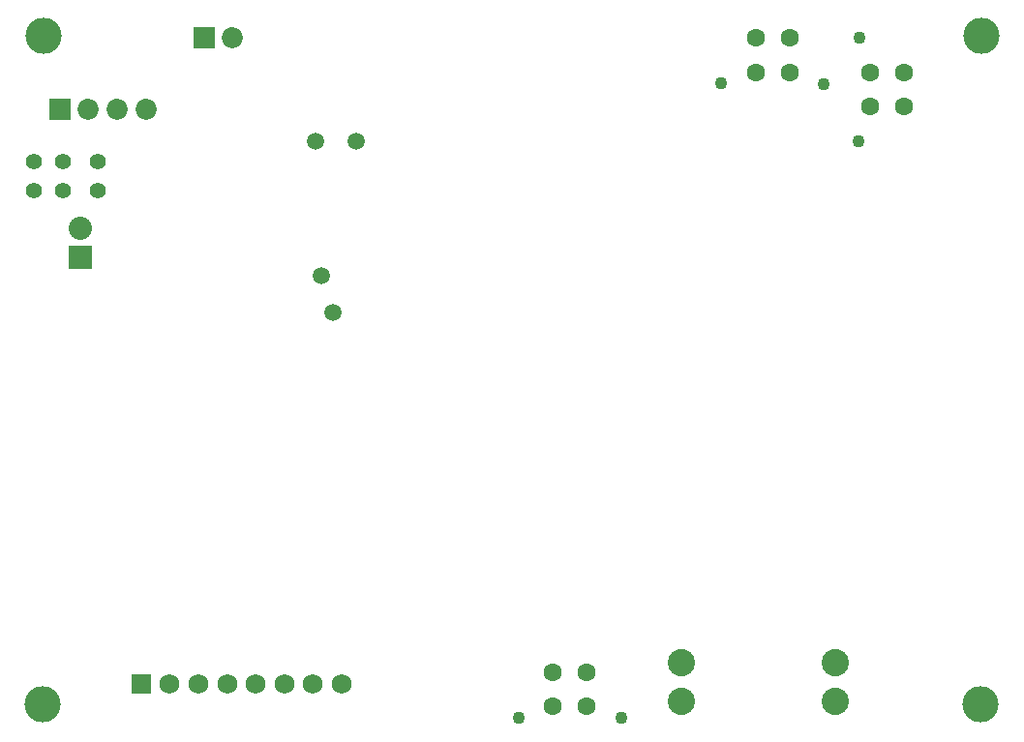
<source format=gbr>
G04 #@! TF.FileFunction,Soldermask,Bot*
%FSLAX46Y46*%
G04 Gerber Fmt 4.6, Leading zero omitted, Abs format (unit mm)*
G04 Created by KiCad (PCBNEW (2016-05-27 BZR 6836, Git 4441a4b)-product) date 09/13/16 14:21:55*
%MOMM*%
%LPD*%
G01*
G04 APERTURE LIST*
%ADD10C,0.100000*%
%ADD11C,3.175000*%
%ADD12C,2.387600*%
%ADD13R,2.032000X2.032000*%
%ADD14O,2.032000X2.032000*%
%ADD15R,1.750000X1.750000*%
%ADD16C,1.750000*%
%ADD17C,1.400000*%
%ADD18C,1.500000*%
%ADD19R,1.850000X1.850000*%
%ADD20C,1.850000*%
%ADD21C,1.100000*%
%ADD22C,1.600000*%
G04 APERTURE END LIST*
D10*
D11*
X190834000Y-69950000D03*
X108712000Y-128524000D03*
D12*
X178054000Y-124841000D03*
X164592000Y-124841000D03*
X164592000Y-128244600D03*
X178054000Y-128244600D03*
D13*
X112014000Y-89408000D03*
D14*
X112014000Y-86868000D03*
D15*
X117348000Y-126746000D03*
D16*
X119848000Y-126746000D03*
X122348000Y-126746000D03*
X124848000Y-126746000D03*
X127348000Y-126746000D03*
X129848000Y-126746000D03*
X132348000Y-126746000D03*
X134848000Y-126746000D03*
D17*
X107950000Y-81026000D03*
X110490000Y-81026000D03*
D18*
X136144000Y-79248000D03*
X134112000Y-94234000D03*
X133084000Y-90950000D03*
X132588000Y-79248000D03*
D17*
X107950000Y-83566000D03*
X110490000Y-83566000D03*
X113538000Y-83566000D03*
X113538000Y-81026000D03*
D19*
X110236000Y-76454000D03*
D20*
X112736000Y-76454000D03*
X115236000Y-76454000D03*
X117736000Y-76454000D03*
D11*
X108834000Y-69950000D03*
X190754000Y-128524000D03*
D19*
X122834000Y-70200000D03*
D20*
X125334000Y-70200000D03*
D21*
X177084000Y-74200000D03*
D22*
X171084000Y-70200000D03*
X174084000Y-70200000D03*
X171084000Y-73200000D03*
X174084000Y-73200000D03*
D21*
X168084000Y-74140000D03*
X180084000Y-79200000D03*
D22*
X184084000Y-73200000D03*
X184084000Y-76200000D03*
X181084000Y-73200000D03*
X181084000Y-76200000D03*
D21*
X180144000Y-70200000D03*
X159334000Y-129700000D03*
D22*
X153334000Y-125700000D03*
X156334000Y-125700000D03*
X153334000Y-128700000D03*
X156334000Y-128700000D03*
D21*
X150334000Y-129640000D03*
M02*

</source>
